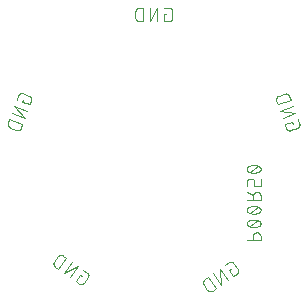
<source format=gbr>
G04 EAGLE Gerber RS-274X export*
G75*
%MOMM*%
%FSLAX34Y34*%
%LPD*%
%INSilkscreen Bottom*%
%IPPOS*%
%AMOC8*
5,1,8,0,0,1.08239X$1,22.5*%
G01*
%ADD10C,0.101600*%


D10*
X357094Y466149D02*
X355146Y466149D01*
X355146Y459658D01*
X359041Y459658D01*
X359140Y459660D01*
X359240Y459666D01*
X359339Y459675D01*
X359437Y459688D01*
X359535Y459705D01*
X359633Y459726D01*
X359729Y459751D01*
X359824Y459779D01*
X359918Y459811D01*
X360011Y459846D01*
X360103Y459885D01*
X360193Y459928D01*
X360281Y459973D01*
X360368Y460023D01*
X360452Y460075D01*
X360535Y460131D01*
X360615Y460189D01*
X360693Y460251D01*
X360768Y460316D01*
X360841Y460384D01*
X360911Y460454D01*
X360979Y460527D01*
X361044Y460602D01*
X361106Y460680D01*
X361164Y460760D01*
X361220Y460843D01*
X361272Y460927D01*
X361322Y461014D01*
X361367Y461102D01*
X361410Y461192D01*
X361449Y461284D01*
X361484Y461377D01*
X361516Y461471D01*
X361544Y461566D01*
X361569Y461662D01*
X361590Y461760D01*
X361607Y461858D01*
X361620Y461956D01*
X361629Y462055D01*
X361635Y462155D01*
X361637Y462254D01*
X361638Y462254D02*
X361638Y468746D01*
X361637Y468746D02*
X361635Y468845D01*
X361629Y468945D01*
X361620Y469044D01*
X361607Y469142D01*
X361590Y469240D01*
X361569Y469338D01*
X361544Y469434D01*
X361516Y469529D01*
X361484Y469623D01*
X361449Y469716D01*
X361410Y469808D01*
X361367Y469898D01*
X361322Y469986D01*
X361272Y470073D01*
X361220Y470157D01*
X361164Y470240D01*
X361106Y470320D01*
X361044Y470398D01*
X360979Y470473D01*
X360911Y470546D01*
X360841Y470616D01*
X360768Y470684D01*
X360693Y470749D01*
X360615Y470811D01*
X360535Y470869D01*
X360452Y470925D01*
X360368Y470977D01*
X360281Y471027D01*
X360193Y471072D01*
X360103Y471115D01*
X360011Y471154D01*
X359918Y471189D01*
X359824Y471221D01*
X359729Y471249D01*
X359633Y471274D01*
X359535Y471295D01*
X359437Y471312D01*
X359339Y471325D01*
X359240Y471334D01*
X359140Y471340D01*
X359041Y471342D01*
X355146Y471342D01*
X349446Y471342D02*
X349446Y459658D01*
X342954Y459658D02*
X349446Y471342D01*
X342954Y471342D02*
X342954Y459658D01*
X337254Y459658D02*
X337254Y471342D01*
X334008Y471342D01*
X333895Y471340D01*
X333782Y471334D01*
X333669Y471324D01*
X333556Y471310D01*
X333444Y471293D01*
X333333Y471271D01*
X333223Y471246D01*
X333113Y471216D01*
X333005Y471183D01*
X332898Y471146D01*
X332792Y471106D01*
X332688Y471061D01*
X332585Y471013D01*
X332484Y470962D01*
X332385Y470907D01*
X332288Y470849D01*
X332193Y470787D01*
X332100Y470722D01*
X332010Y470654D01*
X331922Y470583D01*
X331836Y470508D01*
X331753Y470431D01*
X331673Y470351D01*
X331596Y470268D01*
X331521Y470182D01*
X331450Y470094D01*
X331382Y470004D01*
X331317Y469911D01*
X331255Y469816D01*
X331197Y469719D01*
X331142Y469620D01*
X331091Y469519D01*
X331043Y469416D01*
X330998Y469312D01*
X330958Y469206D01*
X330921Y469099D01*
X330888Y468991D01*
X330858Y468881D01*
X330833Y468771D01*
X330811Y468660D01*
X330794Y468548D01*
X330780Y468435D01*
X330770Y468322D01*
X330764Y468209D01*
X330762Y468096D01*
X330762Y462904D01*
X330764Y462791D01*
X330770Y462678D01*
X330780Y462565D01*
X330794Y462452D01*
X330811Y462340D01*
X330833Y462229D01*
X330858Y462119D01*
X330888Y462009D01*
X330921Y461901D01*
X330958Y461794D01*
X330998Y461688D01*
X331043Y461584D01*
X331091Y461481D01*
X331142Y461380D01*
X331197Y461281D01*
X331255Y461184D01*
X331317Y461089D01*
X331382Y460996D01*
X331450Y460906D01*
X331521Y460818D01*
X331596Y460732D01*
X331673Y460649D01*
X331753Y460569D01*
X331836Y460492D01*
X331922Y460417D01*
X332010Y460346D01*
X332100Y460278D01*
X332193Y460213D01*
X332288Y460151D01*
X332385Y460093D01*
X332484Y460038D01*
X332585Y459987D01*
X332688Y459939D01*
X332792Y459894D01*
X332898Y459854D01*
X333005Y459817D01*
X333113Y459784D01*
X333223Y459754D01*
X333333Y459729D01*
X333444Y459707D01*
X333556Y459690D01*
X333669Y459676D01*
X333782Y459666D01*
X333895Y459660D01*
X334008Y459658D01*
X337254Y459658D01*
X463370Y374915D02*
X464036Y373085D01*
X463370Y374915D02*
X457270Y372695D01*
X458602Y369035D01*
X458603Y369035D02*
X458638Y368942D01*
X458678Y368851D01*
X458720Y368761D01*
X458767Y368673D01*
X458816Y368587D01*
X458869Y368503D01*
X458925Y368420D01*
X458984Y368340D01*
X459046Y368263D01*
X459111Y368188D01*
X459179Y368115D01*
X459250Y368045D01*
X459323Y367978D01*
X459399Y367913D01*
X459477Y367852D01*
X459558Y367793D01*
X459640Y367738D01*
X459725Y367686D01*
X459812Y367637D01*
X459900Y367592D01*
X459990Y367550D01*
X460082Y367511D01*
X460175Y367476D01*
X460269Y367445D01*
X460365Y367417D01*
X460461Y367393D01*
X460559Y367372D01*
X460657Y367356D01*
X460755Y367343D01*
X460854Y367334D01*
X460954Y367329D01*
X461053Y367327D01*
X461153Y367329D01*
X461252Y367335D01*
X461351Y367345D01*
X461449Y367359D01*
X461547Y367377D01*
X461644Y367398D01*
X461741Y367423D01*
X461836Y367451D01*
X461930Y367484D01*
X461930Y367483D02*
X468030Y369703D01*
X468030Y369704D02*
X468123Y369739D01*
X468214Y369779D01*
X468304Y369821D01*
X468392Y369868D01*
X468478Y369917D01*
X468562Y369970D01*
X468645Y370026D01*
X468725Y370085D01*
X468802Y370147D01*
X468877Y370212D01*
X468950Y370280D01*
X469020Y370351D01*
X469087Y370424D01*
X469152Y370500D01*
X469213Y370578D01*
X469272Y370659D01*
X469327Y370741D01*
X469379Y370826D01*
X469428Y370913D01*
X469473Y371001D01*
X469515Y371091D01*
X469554Y371183D01*
X469589Y371276D01*
X469620Y371370D01*
X469648Y371466D01*
X469672Y371562D01*
X469693Y371660D01*
X469709Y371758D01*
X469722Y371856D01*
X469731Y371955D01*
X469736Y372055D01*
X469738Y372154D01*
X469736Y372253D01*
X469730Y372353D01*
X469720Y372452D01*
X469706Y372550D01*
X469688Y372648D01*
X469667Y372745D01*
X469642Y372842D01*
X469614Y372937D01*
X469581Y373031D01*
X469582Y373031D02*
X468250Y376691D01*
X466300Y382048D02*
X455320Y378052D01*
X453100Y384152D02*
X466300Y382048D01*
X464080Y388148D02*
X453100Y384152D01*
X451151Y389509D02*
X462130Y393505D01*
X461020Y396555D01*
X460980Y396661D01*
X460935Y396765D01*
X460887Y396868D01*
X460836Y396969D01*
X460781Y397068D01*
X460723Y397165D01*
X460661Y397260D01*
X460596Y397353D01*
X460528Y397443D01*
X460457Y397531D01*
X460382Y397617D01*
X460305Y397700D01*
X460225Y397780D01*
X460142Y397857D01*
X460056Y397932D01*
X459968Y398003D01*
X459878Y398071D01*
X459785Y398136D01*
X459690Y398198D01*
X459593Y398256D01*
X459494Y398311D01*
X459393Y398362D01*
X459290Y398410D01*
X459186Y398455D01*
X459080Y398495D01*
X458973Y398532D01*
X458865Y398565D01*
X458755Y398595D01*
X458645Y398620D01*
X458534Y398642D01*
X458422Y398659D01*
X458309Y398673D01*
X458196Y398683D01*
X458083Y398689D01*
X457970Y398691D01*
X457857Y398689D01*
X457744Y398683D01*
X457631Y398673D01*
X457518Y398659D01*
X457406Y398642D01*
X457295Y398620D01*
X457185Y398595D01*
X457075Y398565D01*
X456967Y398532D01*
X456860Y398495D01*
X456860Y398494D02*
X451980Y396718D01*
X451980Y396719D02*
X451874Y396679D01*
X451770Y396634D01*
X451667Y396586D01*
X451566Y396535D01*
X451467Y396480D01*
X451370Y396422D01*
X451275Y396360D01*
X451182Y396295D01*
X451092Y396227D01*
X451004Y396156D01*
X450918Y396081D01*
X450835Y396004D01*
X450755Y395924D01*
X450678Y395841D01*
X450603Y395755D01*
X450532Y395667D01*
X450464Y395577D01*
X450399Y395484D01*
X450337Y395389D01*
X450279Y395292D01*
X450224Y395193D01*
X450173Y395092D01*
X450125Y394989D01*
X450080Y394885D01*
X450040Y394779D01*
X450003Y394672D01*
X449970Y394564D01*
X449940Y394454D01*
X449915Y394344D01*
X449893Y394233D01*
X449876Y394121D01*
X449862Y394008D01*
X449852Y393895D01*
X449846Y393782D01*
X449844Y393669D01*
X449846Y393556D01*
X449852Y393443D01*
X449862Y393330D01*
X449876Y393217D01*
X449893Y393105D01*
X449915Y392994D01*
X449940Y392884D01*
X449970Y392774D01*
X450003Y392666D01*
X450040Y392559D01*
X450041Y392559D02*
X451151Y389509D01*
X411389Y250384D02*
X409794Y249267D01*
X413517Y243950D01*
X416708Y246184D01*
X416707Y246184D02*
X416787Y246243D01*
X416865Y246305D01*
X416941Y246369D01*
X417014Y246437D01*
X417085Y246507D01*
X417152Y246580D01*
X417217Y246655D01*
X417279Y246733D01*
X417338Y246813D01*
X417394Y246895D01*
X417447Y246980D01*
X417496Y247066D01*
X417542Y247154D01*
X417585Y247244D01*
X417624Y247335D01*
X417659Y247428D01*
X417691Y247522D01*
X417720Y247618D01*
X417744Y247714D01*
X417765Y247811D01*
X417783Y247909D01*
X417796Y248008D01*
X417806Y248107D01*
X417812Y248206D01*
X417814Y248305D01*
X417812Y248405D01*
X417807Y248504D01*
X417797Y248603D01*
X417784Y248702D01*
X417768Y248800D01*
X417747Y248897D01*
X417723Y248994D01*
X417695Y249089D01*
X417663Y249183D01*
X417628Y249276D01*
X417589Y249368D01*
X417547Y249458D01*
X417501Y249546D01*
X417452Y249633D01*
X417400Y249717D01*
X417345Y249800D01*
X413622Y255117D01*
X413563Y255197D01*
X413501Y255275D01*
X413437Y255351D01*
X413369Y255424D01*
X413299Y255495D01*
X413226Y255562D01*
X413151Y255627D01*
X413073Y255689D01*
X412993Y255748D01*
X412911Y255804D01*
X412826Y255857D01*
X412740Y255906D01*
X412652Y255952D01*
X412562Y255995D01*
X412471Y256034D01*
X412378Y256069D01*
X412284Y256101D01*
X412188Y256130D01*
X412092Y256154D01*
X411995Y256175D01*
X411897Y256193D01*
X411798Y256206D01*
X411699Y256216D01*
X411600Y256222D01*
X411501Y256224D01*
X411401Y256222D01*
X411302Y256217D01*
X411203Y256208D01*
X411104Y256194D01*
X411006Y256178D01*
X410909Y256157D01*
X410812Y256133D01*
X410717Y256105D01*
X410623Y256073D01*
X410530Y256038D01*
X410438Y255999D01*
X410348Y255957D01*
X410260Y255911D01*
X410173Y255862D01*
X410089Y255810D01*
X410006Y255755D01*
X406816Y253521D01*
X402146Y250251D02*
X408847Y240680D01*
X403530Y236957D02*
X402146Y250251D01*
X396829Y246528D02*
X403530Y236957D01*
X398860Y233687D02*
X392159Y243258D01*
X389500Y241396D01*
X389500Y241397D02*
X389409Y241330D01*
X389319Y241261D01*
X389232Y241188D01*
X389148Y241112D01*
X389067Y241033D01*
X388988Y240952D01*
X388912Y240868D01*
X388839Y240781D01*
X388770Y240692D01*
X388703Y240600D01*
X388640Y240506D01*
X388580Y240410D01*
X388523Y240312D01*
X388470Y240212D01*
X388420Y240110D01*
X388374Y240006D01*
X388332Y239901D01*
X388293Y239795D01*
X388258Y239687D01*
X388227Y239578D01*
X388199Y239468D01*
X388176Y239357D01*
X388156Y239246D01*
X388140Y239134D01*
X388128Y239021D01*
X388120Y238908D01*
X388116Y238795D01*
X388116Y238681D01*
X388120Y238568D01*
X388128Y238455D01*
X388140Y238342D01*
X388156Y238230D01*
X388176Y238119D01*
X388199Y238008D01*
X388227Y237898D01*
X388258Y237789D01*
X388293Y237681D01*
X388332Y237575D01*
X388374Y237470D01*
X388420Y237366D01*
X388470Y237264D01*
X388523Y237164D01*
X388580Y237066D01*
X388640Y236970D01*
X388703Y236876D01*
X391682Y232622D01*
X391681Y232622D02*
X391748Y232531D01*
X391817Y232441D01*
X391890Y232354D01*
X391966Y232270D01*
X392045Y232189D01*
X392126Y232110D01*
X392210Y232034D01*
X392297Y231961D01*
X392387Y231892D01*
X392478Y231825D01*
X392572Y231762D01*
X392668Y231702D01*
X392766Y231645D01*
X392866Y231592D01*
X392968Y231542D01*
X393072Y231496D01*
X393177Y231454D01*
X393283Y231415D01*
X393391Y231380D01*
X393500Y231349D01*
X393610Y231321D01*
X393721Y231298D01*
X393832Y231278D01*
X393944Y231262D01*
X394057Y231250D01*
X394170Y231242D01*
X394283Y231238D01*
X394397Y231238D01*
X394510Y231242D01*
X394623Y231250D01*
X394736Y231262D01*
X394848Y231278D01*
X394959Y231298D01*
X395070Y231321D01*
X395180Y231349D01*
X395289Y231380D01*
X395397Y231415D01*
X395503Y231454D01*
X395608Y231496D01*
X395712Y231542D01*
X395814Y231592D01*
X395914Y231645D01*
X396012Y231702D01*
X396108Y231762D01*
X396202Y231825D01*
X398860Y233687D01*
X285396Y243983D02*
X283801Y245100D01*
X280078Y239783D01*
X283268Y237549D01*
X283351Y237494D01*
X283435Y237442D01*
X283522Y237393D01*
X283610Y237347D01*
X283700Y237305D01*
X283792Y237266D01*
X283885Y237231D01*
X283979Y237199D01*
X284074Y237171D01*
X284171Y237147D01*
X284268Y237126D01*
X284366Y237110D01*
X284465Y237096D01*
X284564Y237087D01*
X284663Y237082D01*
X284763Y237080D01*
X284862Y237082D01*
X284961Y237088D01*
X285060Y237098D01*
X285159Y237111D01*
X285257Y237129D01*
X285354Y237150D01*
X285450Y237174D01*
X285546Y237203D01*
X285640Y237235D01*
X285733Y237270D01*
X285824Y237309D01*
X285914Y237352D01*
X286002Y237398D01*
X286088Y237447D01*
X286173Y237500D01*
X286255Y237556D01*
X286335Y237615D01*
X286413Y237677D01*
X286488Y237742D01*
X286561Y237809D01*
X286631Y237880D01*
X286699Y237953D01*
X286763Y238029D01*
X286825Y238107D01*
X286884Y238187D01*
X290607Y243504D01*
X290662Y243587D01*
X290714Y243671D01*
X290763Y243758D01*
X290809Y243846D01*
X290851Y243936D01*
X290890Y244028D01*
X290925Y244121D01*
X290957Y244215D01*
X290985Y244310D01*
X291009Y244407D01*
X291030Y244504D01*
X291046Y244602D01*
X291060Y244701D01*
X291069Y244800D01*
X291074Y244899D01*
X291076Y244999D01*
X291074Y245098D01*
X291068Y245197D01*
X291058Y245296D01*
X291045Y245395D01*
X291027Y245493D01*
X291006Y245590D01*
X290982Y245686D01*
X290953Y245782D01*
X290921Y245876D01*
X290886Y245969D01*
X290847Y246060D01*
X290804Y246150D01*
X290758Y246238D01*
X290709Y246324D01*
X290656Y246409D01*
X290600Y246491D01*
X290541Y246571D01*
X290479Y246649D01*
X290414Y246724D01*
X290347Y246797D01*
X290276Y246867D01*
X290203Y246935D01*
X290127Y246999D01*
X290049Y247061D01*
X289969Y247120D01*
X289970Y247120D02*
X286779Y249354D01*
X282110Y252624D02*
X275408Y243053D01*
X270091Y246776D02*
X282110Y252624D01*
X276792Y256347D02*
X270091Y246776D01*
X265421Y250046D02*
X272122Y259617D01*
X269464Y261478D01*
X269464Y261479D02*
X269370Y261542D01*
X269274Y261602D01*
X269176Y261659D01*
X269076Y261712D01*
X268974Y261762D01*
X268870Y261808D01*
X268765Y261850D01*
X268659Y261889D01*
X268551Y261924D01*
X268442Y261955D01*
X268332Y261983D01*
X268221Y262006D01*
X268110Y262026D01*
X267998Y262042D01*
X267885Y262054D01*
X267772Y262062D01*
X267659Y262066D01*
X267545Y262066D01*
X267432Y262062D01*
X267319Y262054D01*
X267206Y262042D01*
X267094Y262026D01*
X266983Y262006D01*
X266872Y261983D01*
X266762Y261955D01*
X266653Y261924D01*
X266545Y261889D01*
X266439Y261850D01*
X266334Y261808D01*
X266230Y261762D01*
X266128Y261712D01*
X266028Y261659D01*
X265930Y261602D01*
X265834Y261542D01*
X265740Y261479D01*
X265649Y261412D01*
X265559Y261343D01*
X265472Y261270D01*
X265388Y261194D01*
X265307Y261115D01*
X265228Y261034D01*
X265152Y260950D01*
X265079Y260863D01*
X265010Y260774D01*
X264943Y260682D01*
X264944Y260681D02*
X261965Y256428D01*
X261902Y256334D01*
X261842Y256238D01*
X261785Y256140D01*
X261732Y256040D01*
X261682Y255938D01*
X261636Y255834D01*
X261594Y255729D01*
X261555Y255623D01*
X261520Y255515D01*
X261489Y255406D01*
X261461Y255296D01*
X261438Y255185D01*
X261418Y255074D01*
X261402Y254962D01*
X261390Y254849D01*
X261382Y254736D01*
X261378Y254623D01*
X261378Y254509D01*
X261382Y254396D01*
X261390Y254283D01*
X261402Y254170D01*
X261418Y254058D01*
X261438Y253947D01*
X261461Y253836D01*
X261489Y253726D01*
X261520Y253617D01*
X261555Y253509D01*
X261594Y253403D01*
X261636Y253298D01*
X261682Y253194D01*
X261732Y253092D01*
X261785Y252992D01*
X261842Y252894D01*
X261902Y252798D01*
X261965Y252704D01*
X262032Y252612D01*
X262101Y252523D01*
X262174Y252436D01*
X262250Y252352D01*
X262329Y252271D01*
X262410Y252192D01*
X262494Y252116D01*
X262581Y252043D01*
X262671Y251974D01*
X262762Y251907D01*
X265421Y250046D01*
X235150Y391729D02*
X235816Y393559D01*
X235150Y391729D02*
X241250Y389509D01*
X242582Y393169D01*
X242581Y393169D02*
X242614Y393263D01*
X242642Y393358D01*
X242667Y393455D01*
X242688Y393552D01*
X242706Y393650D01*
X242720Y393748D01*
X242730Y393847D01*
X242736Y393947D01*
X242738Y394046D01*
X242736Y394145D01*
X242731Y394245D01*
X242722Y394344D01*
X242709Y394442D01*
X242693Y394540D01*
X242672Y394638D01*
X242648Y394734D01*
X242620Y394830D01*
X242589Y394924D01*
X242554Y395017D01*
X242515Y395109D01*
X242473Y395199D01*
X242428Y395287D01*
X242379Y395374D01*
X242327Y395459D01*
X242272Y395541D01*
X242213Y395622D01*
X242152Y395700D01*
X242087Y395776D01*
X242020Y395849D01*
X241950Y395920D01*
X241877Y395988D01*
X241802Y396053D01*
X241725Y396115D01*
X241645Y396174D01*
X241562Y396230D01*
X241478Y396283D01*
X241392Y396332D01*
X241304Y396379D01*
X241214Y396421D01*
X241123Y396461D01*
X241030Y396496D01*
X234930Y398716D01*
X234930Y398717D02*
X234836Y398750D01*
X234741Y398778D01*
X234644Y398803D01*
X234547Y398824D01*
X234449Y398842D01*
X234351Y398856D01*
X234252Y398866D01*
X234153Y398872D01*
X234053Y398874D01*
X233954Y398872D01*
X233854Y398867D01*
X233755Y398858D01*
X233657Y398845D01*
X233558Y398829D01*
X233461Y398808D01*
X233365Y398784D01*
X233269Y398756D01*
X233175Y398725D01*
X233081Y398690D01*
X232990Y398651D01*
X232900Y398609D01*
X232811Y398564D01*
X232724Y398515D01*
X232640Y398463D01*
X232557Y398408D01*
X232476Y398349D01*
X232398Y398288D01*
X232322Y398223D01*
X232249Y398156D01*
X232179Y398086D01*
X232111Y398013D01*
X232046Y397938D01*
X231983Y397860D01*
X231924Y397780D01*
X231868Y397698D01*
X231815Y397614D01*
X231766Y397527D01*
X231720Y397439D01*
X231677Y397349D01*
X231637Y397258D01*
X231602Y397165D01*
X230270Y393505D01*
X228320Y388148D02*
X239300Y384152D01*
X237080Y378052D02*
X228320Y388148D01*
X226100Y382048D02*
X237080Y378052D01*
X235130Y372695D02*
X224151Y376691D01*
X223041Y373641D01*
X223040Y373641D02*
X223003Y373534D01*
X222970Y373426D01*
X222940Y373316D01*
X222915Y373206D01*
X222893Y373095D01*
X222876Y372983D01*
X222862Y372870D01*
X222852Y372757D01*
X222846Y372644D01*
X222844Y372531D01*
X222846Y372418D01*
X222852Y372305D01*
X222862Y372192D01*
X222876Y372079D01*
X222893Y371967D01*
X222915Y371856D01*
X222940Y371746D01*
X222970Y371636D01*
X223003Y371528D01*
X223040Y371421D01*
X223080Y371315D01*
X223125Y371211D01*
X223173Y371108D01*
X223224Y371007D01*
X223279Y370908D01*
X223337Y370811D01*
X223399Y370716D01*
X223464Y370623D01*
X223532Y370533D01*
X223603Y370445D01*
X223678Y370359D01*
X223755Y370276D01*
X223835Y370196D01*
X223918Y370119D01*
X224004Y370044D01*
X224092Y369973D01*
X224182Y369905D01*
X224275Y369840D01*
X224370Y369778D01*
X224467Y369720D01*
X224566Y369665D01*
X224667Y369614D01*
X224770Y369566D01*
X224874Y369521D01*
X224980Y369481D01*
X229860Y367705D01*
X229860Y367706D02*
X229967Y367669D01*
X230076Y367636D01*
X230185Y367606D01*
X230295Y367581D01*
X230407Y367559D01*
X230518Y367542D01*
X230631Y367528D01*
X230744Y367518D01*
X230857Y367512D01*
X230970Y367510D01*
X231083Y367512D01*
X231196Y367518D01*
X231309Y367528D01*
X231422Y367542D01*
X231534Y367559D01*
X231645Y367581D01*
X231755Y367606D01*
X231864Y367636D01*
X231973Y367669D01*
X232080Y367706D01*
X232186Y367746D01*
X232290Y367791D01*
X232393Y367838D01*
X232493Y367890D01*
X232593Y367945D01*
X232690Y368003D01*
X232785Y368065D01*
X232877Y368130D01*
X232968Y368198D01*
X233056Y368269D01*
X233141Y368344D01*
X233224Y368421D01*
X233304Y368501D01*
X233382Y368584D01*
X233456Y368669D01*
X233527Y368757D01*
X233595Y368848D01*
X233660Y368940D01*
X233722Y369035D01*
X233780Y369133D01*
X233835Y369232D01*
X233887Y369333D01*
X233934Y369435D01*
X233979Y369539D01*
X234019Y369645D01*
X234020Y369645D02*
X235130Y372695D01*
X425061Y274588D02*
X436745Y274588D01*
X436745Y277834D01*
X436746Y277834D02*
X436744Y277947D01*
X436738Y278060D01*
X436728Y278173D01*
X436714Y278286D01*
X436697Y278398D01*
X436675Y278509D01*
X436650Y278619D01*
X436620Y278729D01*
X436587Y278837D01*
X436550Y278944D01*
X436510Y279050D01*
X436465Y279154D01*
X436417Y279257D01*
X436366Y279358D01*
X436311Y279457D01*
X436253Y279554D01*
X436191Y279649D01*
X436126Y279742D01*
X436058Y279832D01*
X435987Y279920D01*
X435912Y280006D01*
X435835Y280089D01*
X435755Y280169D01*
X435672Y280246D01*
X435586Y280321D01*
X435498Y280392D01*
X435408Y280460D01*
X435315Y280525D01*
X435220Y280587D01*
X435123Y280645D01*
X435024Y280700D01*
X434923Y280751D01*
X434820Y280799D01*
X434716Y280844D01*
X434610Y280884D01*
X434503Y280921D01*
X434395Y280954D01*
X434285Y280984D01*
X434175Y281009D01*
X434064Y281031D01*
X433952Y281048D01*
X433839Y281062D01*
X433726Y281072D01*
X433613Y281078D01*
X433500Y281080D01*
X433387Y281078D01*
X433274Y281072D01*
X433161Y281062D01*
X433048Y281048D01*
X432936Y281031D01*
X432825Y281009D01*
X432715Y280984D01*
X432605Y280954D01*
X432497Y280921D01*
X432390Y280884D01*
X432284Y280844D01*
X432180Y280799D01*
X432077Y280751D01*
X431976Y280700D01*
X431877Y280645D01*
X431780Y280587D01*
X431685Y280525D01*
X431592Y280460D01*
X431502Y280392D01*
X431414Y280321D01*
X431328Y280246D01*
X431245Y280169D01*
X431165Y280089D01*
X431088Y280006D01*
X431013Y279920D01*
X430942Y279832D01*
X430874Y279742D01*
X430809Y279649D01*
X430747Y279554D01*
X430689Y279457D01*
X430634Y279358D01*
X430583Y279257D01*
X430535Y279154D01*
X430490Y279050D01*
X430450Y278944D01*
X430413Y278837D01*
X430380Y278729D01*
X430350Y278619D01*
X430325Y278509D01*
X430303Y278398D01*
X430286Y278286D01*
X430272Y278173D01*
X430262Y278060D01*
X430256Y277947D01*
X430254Y277834D01*
X430254Y274588D01*
X430903Y285468D02*
X431133Y285471D01*
X431363Y285479D01*
X431592Y285493D01*
X431821Y285512D01*
X432050Y285537D01*
X432277Y285567D01*
X432505Y285602D01*
X432731Y285643D01*
X432956Y285689D01*
X433180Y285741D01*
X433402Y285798D01*
X433624Y285860D01*
X433843Y285928D01*
X434061Y286001D01*
X434278Y286079D01*
X434492Y286162D01*
X434704Y286250D01*
X434914Y286343D01*
X435122Y286442D01*
X435123Y286441D02*
X435213Y286474D01*
X435302Y286510D01*
X435390Y286550D01*
X435475Y286594D01*
X435559Y286641D01*
X435641Y286691D01*
X435721Y286745D01*
X435798Y286801D01*
X435874Y286861D01*
X435947Y286924D01*
X436017Y286989D01*
X436085Y287058D01*
X436149Y287129D01*
X436211Y287202D01*
X436270Y287278D01*
X436326Y287356D01*
X436379Y287437D01*
X436428Y287519D01*
X436474Y287603D01*
X436517Y287690D01*
X436556Y287777D01*
X436592Y287867D01*
X436624Y287957D01*
X436652Y288049D01*
X436677Y288142D01*
X436698Y288236D01*
X436715Y288330D01*
X436729Y288425D01*
X436738Y288521D01*
X436744Y288617D01*
X436746Y288713D01*
X436744Y288809D01*
X436738Y288905D01*
X436729Y289001D01*
X436715Y289096D01*
X436698Y289190D01*
X436677Y289284D01*
X436652Y289377D01*
X436624Y289469D01*
X436592Y289559D01*
X436556Y289649D01*
X436517Y289736D01*
X436474Y289823D01*
X436428Y289907D01*
X436379Y289989D01*
X436326Y290070D01*
X436270Y290148D01*
X436211Y290224D01*
X436149Y290297D01*
X436085Y290368D01*
X436017Y290437D01*
X435947Y290502D01*
X435874Y290565D01*
X435798Y290625D01*
X435721Y290681D01*
X435641Y290735D01*
X435559Y290785D01*
X435475Y290832D01*
X435390Y290876D01*
X435302Y290916D01*
X435213Y290952D01*
X435123Y290985D01*
X435122Y290985D02*
X434915Y291084D01*
X434705Y291177D01*
X434492Y291265D01*
X434278Y291348D01*
X434062Y291426D01*
X433844Y291499D01*
X433624Y291567D01*
X433403Y291629D01*
X433180Y291686D01*
X432956Y291738D01*
X432731Y291784D01*
X432505Y291825D01*
X432278Y291860D01*
X432050Y291890D01*
X431821Y291915D01*
X431592Y291934D01*
X431363Y291948D01*
X431133Y291956D01*
X430903Y291959D01*
X430903Y285468D02*
X430673Y285471D01*
X430443Y285479D01*
X430214Y285493D01*
X429985Y285512D01*
X429756Y285537D01*
X429528Y285567D01*
X429301Y285602D01*
X429075Y285643D01*
X428850Y285689D01*
X428626Y285741D01*
X428403Y285798D01*
X428182Y285860D01*
X427962Y285928D01*
X427744Y286001D01*
X427528Y286079D01*
X427314Y286162D01*
X427102Y286250D01*
X426891Y286343D01*
X426684Y286442D01*
X426684Y286441D02*
X426594Y286474D01*
X426505Y286510D01*
X426417Y286551D01*
X426332Y286594D01*
X426248Y286641D01*
X426166Y286691D01*
X426086Y286745D01*
X426009Y286801D01*
X425933Y286861D01*
X425860Y286924D01*
X425790Y286989D01*
X425722Y287058D01*
X425658Y287129D01*
X425596Y287202D01*
X425537Y287278D01*
X425481Y287356D01*
X425428Y287437D01*
X425379Y287519D01*
X425333Y287603D01*
X425290Y287690D01*
X425251Y287777D01*
X425215Y287867D01*
X425183Y287957D01*
X425155Y288049D01*
X425130Y288142D01*
X425109Y288236D01*
X425092Y288330D01*
X425078Y288425D01*
X425069Y288521D01*
X425063Y288617D01*
X425061Y288713D01*
X426684Y290985D02*
X426891Y291084D01*
X427102Y291177D01*
X427314Y291265D01*
X427528Y291348D01*
X427744Y291426D01*
X427962Y291499D01*
X428182Y291567D01*
X428403Y291629D01*
X428626Y291686D01*
X428850Y291738D01*
X429075Y291784D01*
X429301Y291825D01*
X429528Y291860D01*
X429756Y291890D01*
X429985Y291915D01*
X430214Y291934D01*
X430443Y291948D01*
X430673Y291956D01*
X430903Y291959D01*
X426684Y290985D02*
X426594Y290952D01*
X426505Y290916D01*
X426417Y290876D01*
X426332Y290832D01*
X426248Y290785D01*
X426166Y290735D01*
X426086Y290681D01*
X426009Y290625D01*
X425933Y290565D01*
X425860Y290502D01*
X425790Y290437D01*
X425722Y290368D01*
X425658Y290297D01*
X425596Y290224D01*
X425537Y290148D01*
X425481Y290070D01*
X425428Y289989D01*
X425379Y289907D01*
X425333Y289823D01*
X425290Y289736D01*
X425251Y289649D01*
X425215Y289559D01*
X425183Y289469D01*
X425155Y289377D01*
X425130Y289284D01*
X425109Y289190D01*
X425092Y289096D01*
X425078Y289001D01*
X425069Y288905D01*
X425063Y288809D01*
X425061Y288713D01*
X427658Y286117D02*
X434149Y291310D01*
X430903Y296898D02*
X431133Y296901D01*
X431363Y296909D01*
X431592Y296923D01*
X431821Y296942D01*
X432050Y296967D01*
X432277Y296997D01*
X432505Y297032D01*
X432731Y297073D01*
X432956Y297119D01*
X433180Y297171D01*
X433402Y297228D01*
X433624Y297290D01*
X433843Y297358D01*
X434061Y297431D01*
X434278Y297509D01*
X434492Y297592D01*
X434704Y297680D01*
X434914Y297773D01*
X435122Y297872D01*
X435123Y297871D02*
X435213Y297904D01*
X435302Y297940D01*
X435390Y297980D01*
X435475Y298024D01*
X435559Y298071D01*
X435641Y298121D01*
X435721Y298175D01*
X435798Y298231D01*
X435874Y298291D01*
X435947Y298354D01*
X436017Y298419D01*
X436085Y298488D01*
X436149Y298559D01*
X436211Y298632D01*
X436270Y298708D01*
X436326Y298786D01*
X436379Y298867D01*
X436428Y298949D01*
X436474Y299033D01*
X436517Y299120D01*
X436556Y299207D01*
X436592Y299297D01*
X436624Y299387D01*
X436652Y299479D01*
X436677Y299572D01*
X436698Y299666D01*
X436715Y299760D01*
X436729Y299855D01*
X436738Y299951D01*
X436744Y300047D01*
X436746Y300143D01*
X436744Y300239D01*
X436738Y300335D01*
X436729Y300431D01*
X436715Y300526D01*
X436698Y300620D01*
X436677Y300714D01*
X436652Y300807D01*
X436624Y300899D01*
X436592Y300989D01*
X436556Y301079D01*
X436517Y301166D01*
X436474Y301253D01*
X436428Y301337D01*
X436379Y301419D01*
X436326Y301500D01*
X436270Y301578D01*
X436211Y301654D01*
X436149Y301727D01*
X436085Y301798D01*
X436017Y301867D01*
X435947Y301932D01*
X435874Y301995D01*
X435798Y302055D01*
X435721Y302111D01*
X435641Y302165D01*
X435559Y302215D01*
X435475Y302262D01*
X435390Y302306D01*
X435302Y302346D01*
X435213Y302382D01*
X435123Y302415D01*
X435122Y302415D02*
X434915Y302514D01*
X434705Y302607D01*
X434492Y302695D01*
X434278Y302778D01*
X434062Y302856D01*
X433844Y302929D01*
X433624Y302997D01*
X433403Y303059D01*
X433180Y303116D01*
X432956Y303168D01*
X432731Y303214D01*
X432505Y303255D01*
X432278Y303290D01*
X432050Y303320D01*
X431821Y303345D01*
X431592Y303364D01*
X431363Y303378D01*
X431133Y303386D01*
X430903Y303389D01*
X430903Y296897D02*
X430673Y296900D01*
X430443Y296908D01*
X430214Y296922D01*
X429985Y296941D01*
X429756Y296966D01*
X429528Y296996D01*
X429301Y297031D01*
X429075Y297072D01*
X428850Y297118D01*
X428626Y297170D01*
X428403Y297227D01*
X428182Y297289D01*
X427962Y297357D01*
X427744Y297430D01*
X427528Y297508D01*
X427314Y297591D01*
X427102Y297679D01*
X426891Y297772D01*
X426684Y297871D01*
X426594Y297904D01*
X426505Y297940D01*
X426417Y297981D01*
X426332Y298024D01*
X426248Y298071D01*
X426166Y298121D01*
X426086Y298175D01*
X426009Y298231D01*
X425933Y298291D01*
X425860Y298354D01*
X425790Y298419D01*
X425722Y298488D01*
X425658Y298559D01*
X425596Y298632D01*
X425537Y298708D01*
X425481Y298786D01*
X425428Y298867D01*
X425379Y298949D01*
X425333Y299033D01*
X425290Y299120D01*
X425251Y299207D01*
X425215Y299297D01*
X425183Y299387D01*
X425155Y299479D01*
X425130Y299572D01*
X425109Y299666D01*
X425092Y299760D01*
X425078Y299855D01*
X425069Y299951D01*
X425063Y300047D01*
X425061Y300143D01*
X426684Y302415D02*
X426891Y302514D01*
X427102Y302607D01*
X427314Y302695D01*
X427528Y302778D01*
X427744Y302856D01*
X427962Y302929D01*
X428182Y302997D01*
X428403Y303059D01*
X428626Y303116D01*
X428850Y303168D01*
X429075Y303214D01*
X429301Y303255D01*
X429528Y303290D01*
X429756Y303320D01*
X429985Y303345D01*
X430214Y303364D01*
X430443Y303378D01*
X430673Y303386D01*
X430903Y303389D01*
X426684Y302415D02*
X426594Y302382D01*
X426505Y302346D01*
X426417Y302306D01*
X426332Y302262D01*
X426248Y302215D01*
X426166Y302165D01*
X426086Y302111D01*
X426009Y302055D01*
X425933Y301995D01*
X425860Y301932D01*
X425790Y301867D01*
X425722Y301798D01*
X425658Y301727D01*
X425596Y301654D01*
X425537Y301578D01*
X425481Y301500D01*
X425428Y301419D01*
X425379Y301337D01*
X425333Y301253D01*
X425290Y301166D01*
X425251Y301079D01*
X425215Y300989D01*
X425183Y300899D01*
X425155Y300807D01*
X425130Y300714D01*
X425109Y300620D01*
X425092Y300526D01*
X425078Y300431D01*
X425069Y300335D01*
X425063Y300239D01*
X425061Y300143D01*
X427658Y297547D02*
X434149Y302740D01*
X436745Y308782D02*
X425061Y308782D01*
X436745Y308782D02*
X436745Y312028D01*
X436746Y312028D02*
X436744Y312141D01*
X436738Y312254D01*
X436728Y312367D01*
X436714Y312480D01*
X436697Y312592D01*
X436675Y312703D01*
X436650Y312813D01*
X436620Y312923D01*
X436587Y313031D01*
X436550Y313138D01*
X436510Y313244D01*
X436465Y313348D01*
X436417Y313451D01*
X436366Y313552D01*
X436311Y313651D01*
X436253Y313748D01*
X436191Y313843D01*
X436126Y313936D01*
X436058Y314026D01*
X435987Y314114D01*
X435912Y314200D01*
X435835Y314283D01*
X435755Y314363D01*
X435672Y314440D01*
X435586Y314515D01*
X435498Y314586D01*
X435408Y314654D01*
X435315Y314719D01*
X435220Y314781D01*
X435123Y314839D01*
X435024Y314894D01*
X434923Y314945D01*
X434820Y314993D01*
X434716Y315038D01*
X434610Y315078D01*
X434503Y315115D01*
X434395Y315148D01*
X434285Y315178D01*
X434175Y315203D01*
X434064Y315225D01*
X433952Y315242D01*
X433839Y315256D01*
X433726Y315266D01*
X433613Y315272D01*
X433500Y315274D01*
X433387Y315272D01*
X433274Y315266D01*
X433161Y315256D01*
X433048Y315242D01*
X432936Y315225D01*
X432825Y315203D01*
X432715Y315178D01*
X432605Y315148D01*
X432497Y315115D01*
X432390Y315078D01*
X432284Y315038D01*
X432180Y314993D01*
X432077Y314945D01*
X431976Y314894D01*
X431877Y314839D01*
X431780Y314781D01*
X431685Y314719D01*
X431592Y314654D01*
X431502Y314586D01*
X431414Y314515D01*
X431328Y314440D01*
X431245Y314363D01*
X431165Y314283D01*
X431088Y314200D01*
X431013Y314114D01*
X430942Y314026D01*
X430874Y313936D01*
X430809Y313843D01*
X430747Y313748D01*
X430689Y313651D01*
X430634Y313552D01*
X430583Y313451D01*
X430535Y313348D01*
X430490Y313244D01*
X430450Y313138D01*
X430413Y313031D01*
X430380Y312923D01*
X430350Y312813D01*
X430325Y312703D01*
X430303Y312592D01*
X430286Y312480D01*
X430272Y312367D01*
X430262Y312254D01*
X430256Y312141D01*
X430254Y312028D01*
X430254Y308782D01*
X430254Y312677D02*
X425061Y315273D01*
X425061Y320139D02*
X425061Y324033D01*
X425062Y324033D02*
X425064Y324132D01*
X425070Y324232D01*
X425079Y324331D01*
X425092Y324429D01*
X425109Y324527D01*
X425130Y324625D01*
X425155Y324721D01*
X425183Y324816D01*
X425215Y324910D01*
X425250Y325003D01*
X425289Y325095D01*
X425332Y325185D01*
X425377Y325273D01*
X425427Y325360D01*
X425479Y325444D01*
X425535Y325527D01*
X425593Y325607D01*
X425655Y325685D01*
X425720Y325760D01*
X425788Y325833D01*
X425858Y325903D01*
X425931Y325971D01*
X426006Y326036D01*
X426084Y326098D01*
X426164Y326156D01*
X426247Y326212D01*
X426331Y326264D01*
X426418Y326314D01*
X426506Y326359D01*
X426596Y326402D01*
X426688Y326441D01*
X426781Y326476D01*
X426875Y326508D01*
X426970Y326536D01*
X427066Y326561D01*
X427164Y326582D01*
X427262Y326599D01*
X427360Y326612D01*
X427459Y326621D01*
X427559Y326627D01*
X427658Y326629D01*
X427658Y326630D02*
X428956Y326630D01*
X428956Y326629D02*
X429055Y326627D01*
X429155Y326621D01*
X429254Y326612D01*
X429352Y326599D01*
X429450Y326582D01*
X429548Y326561D01*
X429644Y326536D01*
X429739Y326508D01*
X429833Y326476D01*
X429926Y326441D01*
X430018Y326402D01*
X430108Y326359D01*
X430196Y326314D01*
X430283Y326264D01*
X430367Y326212D01*
X430450Y326156D01*
X430530Y326098D01*
X430608Y326036D01*
X430683Y325971D01*
X430756Y325903D01*
X430826Y325833D01*
X430894Y325760D01*
X430959Y325685D01*
X431021Y325607D01*
X431079Y325527D01*
X431135Y325444D01*
X431187Y325360D01*
X431237Y325273D01*
X431282Y325185D01*
X431325Y325095D01*
X431364Y325003D01*
X431399Y324910D01*
X431431Y324816D01*
X431459Y324721D01*
X431484Y324625D01*
X431505Y324527D01*
X431522Y324429D01*
X431535Y324331D01*
X431544Y324232D01*
X431550Y324132D01*
X431552Y324033D01*
X431552Y320139D01*
X436745Y320139D01*
X436745Y326630D01*
X435122Y332543D02*
X434914Y332444D01*
X434704Y332351D01*
X434492Y332263D01*
X434278Y332180D01*
X434061Y332102D01*
X433843Y332029D01*
X433624Y331961D01*
X433402Y331899D01*
X433180Y331842D01*
X432956Y331790D01*
X432731Y331744D01*
X432505Y331703D01*
X432277Y331668D01*
X432050Y331638D01*
X431821Y331613D01*
X431592Y331594D01*
X431363Y331580D01*
X431133Y331572D01*
X430903Y331569D01*
X435123Y332542D02*
X435213Y332575D01*
X435302Y332611D01*
X435390Y332651D01*
X435475Y332695D01*
X435559Y332742D01*
X435641Y332792D01*
X435721Y332846D01*
X435798Y332902D01*
X435874Y332962D01*
X435947Y333025D01*
X436017Y333090D01*
X436085Y333159D01*
X436149Y333230D01*
X436211Y333303D01*
X436270Y333379D01*
X436326Y333457D01*
X436379Y333538D01*
X436428Y333620D01*
X436474Y333704D01*
X436517Y333791D01*
X436556Y333878D01*
X436592Y333968D01*
X436624Y334058D01*
X436652Y334150D01*
X436677Y334243D01*
X436698Y334337D01*
X436715Y334431D01*
X436729Y334526D01*
X436738Y334622D01*
X436744Y334718D01*
X436746Y334814D01*
X436744Y334910D01*
X436738Y335006D01*
X436729Y335102D01*
X436715Y335197D01*
X436698Y335291D01*
X436677Y335385D01*
X436652Y335478D01*
X436624Y335570D01*
X436592Y335660D01*
X436556Y335750D01*
X436517Y335837D01*
X436474Y335924D01*
X436428Y336008D01*
X436379Y336090D01*
X436326Y336171D01*
X436270Y336249D01*
X436211Y336325D01*
X436149Y336398D01*
X436085Y336469D01*
X436017Y336538D01*
X435947Y336603D01*
X435874Y336666D01*
X435798Y336726D01*
X435721Y336782D01*
X435641Y336836D01*
X435559Y336886D01*
X435475Y336933D01*
X435390Y336977D01*
X435302Y337017D01*
X435213Y337053D01*
X435123Y337086D01*
X435122Y337086D02*
X434915Y337185D01*
X434705Y337278D01*
X434492Y337366D01*
X434278Y337449D01*
X434062Y337527D01*
X433844Y337600D01*
X433624Y337668D01*
X433403Y337730D01*
X433180Y337787D01*
X432956Y337839D01*
X432731Y337885D01*
X432505Y337926D01*
X432278Y337961D01*
X432050Y337991D01*
X431821Y338016D01*
X431592Y338035D01*
X431363Y338049D01*
X431133Y338057D01*
X430903Y338060D01*
X430903Y331568D02*
X430673Y331571D01*
X430443Y331579D01*
X430214Y331593D01*
X429985Y331612D01*
X429756Y331637D01*
X429528Y331667D01*
X429301Y331702D01*
X429075Y331743D01*
X428850Y331789D01*
X428626Y331841D01*
X428403Y331898D01*
X428182Y331960D01*
X427962Y332028D01*
X427744Y332101D01*
X427528Y332179D01*
X427314Y332262D01*
X427102Y332350D01*
X426891Y332443D01*
X426684Y332542D01*
X426594Y332575D01*
X426505Y332611D01*
X426417Y332652D01*
X426332Y332695D01*
X426248Y332742D01*
X426166Y332792D01*
X426086Y332846D01*
X426009Y332902D01*
X425933Y332962D01*
X425860Y333025D01*
X425790Y333090D01*
X425722Y333159D01*
X425658Y333230D01*
X425596Y333303D01*
X425537Y333379D01*
X425481Y333457D01*
X425428Y333538D01*
X425379Y333620D01*
X425333Y333704D01*
X425290Y333791D01*
X425251Y333878D01*
X425215Y333968D01*
X425183Y334058D01*
X425155Y334150D01*
X425130Y334243D01*
X425109Y334337D01*
X425092Y334431D01*
X425078Y334526D01*
X425069Y334622D01*
X425063Y334718D01*
X425061Y334814D01*
X426684Y337086D02*
X426891Y337185D01*
X427102Y337278D01*
X427314Y337366D01*
X427528Y337449D01*
X427744Y337527D01*
X427962Y337600D01*
X428182Y337668D01*
X428403Y337730D01*
X428626Y337787D01*
X428850Y337839D01*
X429075Y337885D01*
X429301Y337926D01*
X429528Y337961D01*
X429756Y337991D01*
X429985Y338016D01*
X430214Y338035D01*
X430443Y338049D01*
X430673Y338057D01*
X430903Y338060D01*
X426684Y337086D02*
X426594Y337053D01*
X426505Y337017D01*
X426417Y336977D01*
X426332Y336933D01*
X426248Y336886D01*
X426166Y336836D01*
X426086Y336782D01*
X426009Y336726D01*
X425933Y336666D01*
X425860Y336603D01*
X425790Y336538D01*
X425722Y336469D01*
X425658Y336398D01*
X425596Y336325D01*
X425537Y336249D01*
X425481Y336171D01*
X425428Y336090D01*
X425379Y336008D01*
X425333Y335924D01*
X425290Y335837D01*
X425251Y335750D01*
X425215Y335660D01*
X425183Y335570D01*
X425155Y335478D01*
X425130Y335385D01*
X425109Y335291D01*
X425092Y335197D01*
X425078Y335102D01*
X425069Y335006D01*
X425063Y334910D01*
X425061Y334814D01*
X427658Y332218D02*
X434149Y337411D01*
M02*

</source>
